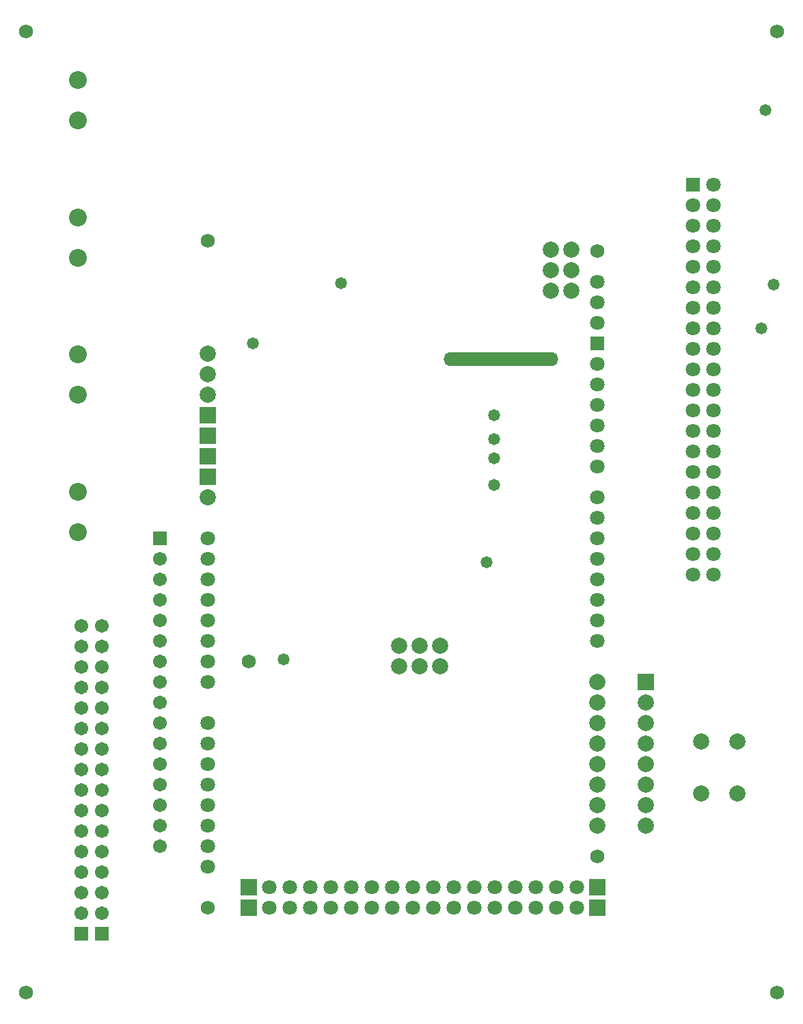
<source format=gbr>
%TF.GenerationSoftware,Altium Limited,Altium Designer,21.8.1 (53)*%
G04 Layer_Color=16711935*
%FSLAX43Y43*%
%MOMM*%
%TF.SameCoordinates,8EB70333-0A29-48E7-A932-0FA81BCCDE64*%
%TF.FilePolarity,Negative*%
%TF.FileFunction,Soldermask,Bot*%
%TF.Part,Single*%
G01*
G75*
%TA.AperFunction,ComponentPad*%
%ADD29C,1.703*%
%ADD30R,1.703X1.703*%
%ADD31R,2.003X2.003*%
%ADD32C,2.003*%
%ADD33C,2.203*%
%ADD34C,1.727*%
%ADD35O,14.203X1.727*%
%ADD36C,1.803*%
%ADD37R,1.803X1.803*%
%ADD38R,2.003X2.003*%
%TA.AperFunction,WasherPad*%
%ADD39C,1.727*%
%TA.AperFunction,ComponentPad*%
%ADD40R,1.803X1.803*%
%TA.AperFunction,ViaPad*%
%ADD41C,1.473*%
D29*
X9858Y48354D02*
D03*
X12398D02*
D03*
Y45814D02*
D03*
X9858D02*
D03*
Y43274D02*
D03*
X12398D02*
D03*
Y40734D02*
D03*
X9858D02*
D03*
Y38194D02*
D03*
X12398D02*
D03*
Y35654D02*
D03*
X9858D02*
D03*
Y33114D02*
D03*
X12398D02*
D03*
Y30574D02*
D03*
X9858D02*
D03*
Y28034D02*
D03*
X12398D02*
D03*
Y25494D02*
D03*
X9858D02*
D03*
Y22954D02*
D03*
X12398D02*
D03*
Y20414D02*
D03*
X9858D02*
D03*
Y17874D02*
D03*
X12398D02*
D03*
Y15334D02*
D03*
X9858D02*
D03*
Y12794D02*
D03*
X12398D02*
D03*
X19540Y56660D02*
D03*
Y54120D02*
D03*
Y51580D02*
D03*
Y49040D02*
D03*
Y46500D02*
D03*
Y43960D02*
D03*
Y41420D02*
D03*
Y38880D02*
D03*
Y36340D02*
D03*
Y33800D02*
D03*
Y31260D02*
D03*
Y28720D02*
D03*
Y26180D02*
D03*
Y23640D02*
D03*
Y21100D02*
D03*
D30*
X12398Y10254D02*
D03*
X9858D02*
D03*
X19540Y59200D02*
D03*
D31*
X79790Y41420D02*
D03*
D32*
Y38880D02*
D03*
Y36340D02*
D03*
Y33800D02*
D03*
Y31260D02*
D03*
Y28720D02*
D03*
Y26180D02*
D03*
Y23640D02*
D03*
X86650Y27611D02*
D03*
Y34111D02*
D03*
X91150D02*
D03*
Y27611D02*
D03*
X68000Y89920D02*
D03*
X70540D02*
D03*
Y92460D02*
D03*
X68000D02*
D03*
X70540Y95000D02*
D03*
X68000D02*
D03*
X51790Y43400D02*
D03*
X49250D02*
D03*
Y45940D02*
D03*
X51790D02*
D03*
X54330D02*
D03*
Y43400D02*
D03*
X25540Y82060D02*
D03*
Y79520D02*
D03*
Y64280D02*
D03*
Y76980D02*
D03*
X73790Y23640D02*
D03*
Y26180D02*
D03*
Y28720D02*
D03*
Y31260D02*
D03*
Y33800D02*
D03*
Y36340D02*
D03*
Y38880D02*
D03*
Y41420D02*
D03*
D33*
X9397Y115969D02*
D03*
Y110969D02*
D03*
Y64969D02*
D03*
Y59969D02*
D03*
Y81969D02*
D03*
Y76969D02*
D03*
Y98969D02*
D03*
Y93969D02*
D03*
D34*
X73800Y19830D02*
D03*
Y94760D02*
D03*
X30620Y43960D02*
D03*
X25540Y13480D02*
D03*
Y96030D02*
D03*
D35*
X61830Y81400D02*
D03*
D36*
X73790Y90950D02*
D03*
Y88410D02*
D03*
Y85870D02*
D03*
Y80790D02*
D03*
Y78250D02*
D03*
Y75710D02*
D03*
Y73170D02*
D03*
Y70630D02*
D03*
Y68090D02*
D03*
Y64280D02*
D03*
Y61740D02*
D03*
Y59200D02*
D03*
Y56660D02*
D03*
Y54120D02*
D03*
Y51580D02*
D03*
Y49040D02*
D03*
Y46500D02*
D03*
X25540Y18560D02*
D03*
Y21100D02*
D03*
Y23640D02*
D03*
Y26180D02*
D03*
Y28720D02*
D03*
Y33800D02*
D03*
Y36340D02*
D03*
Y41420D02*
D03*
Y31260D02*
D03*
Y43960D02*
D03*
Y46500D02*
D03*
Y49040D02*
D03*
Y51580D02*
D03*
Y54120D02*
D03*
Y56660D02*
D03*
Y59200D02*
D03*
X33160Y13480D02*
D03*
X35700D02*
D03*
X38240D02*
D03*
X40780D02*
D03*
X43320D02*
D03*
X45860D02*
D03*
X48400D02*
D03*
X50940D02*
D03*
X53480D02*
D03*
X56020D02*
D03*
X58560D02*
D03*
X61100D02*
D03*
X63640D02*
D03*
X66180D02*
D03*
X68720D02*
D03*
X71260D02*
D03*
X33160Y16020D02*
D03*
X35700D02*
D03*
X38240D02*
D03*
X40780D02*
D03*
X43320D02*
D03*
X45860D02*
D03*
X48400D02*
D03*
X50940D02*
D03*
X53480D02*
D03*
X56020D02*
D03*
X58560D02*
D03*
X61100D02*
D03*
X63640D02*
D03*
X66180D02*
D03*
X68720D02*
D03*
X71260D02*
D03*
X88199Y54740D02*
D03*
X85659D02*
D03*
X88199Y57280D02*
D03*
X85659D02*
D03*
X88199Y59820D02*
D03*
X85659D02*
D03*
X88199Y62360D02*
D03*
X85659D02*
D03*
X88199Y64900D02*
D03*
X85659D02*
D03*
X88199Y67440D02*
D03*
X85659D02*
D03*
X88199Y69980D02*
D03*
X85659D02*
D03*
X88199Y72520D02*
D03*
X85659D02*
D03*
X88199Y75060D02*
D03*
X85659D02*
D03*
X88199Y77600D02*
D03*
X85659D02*
D03*
X88199Y80140D02*
D03*
X85659D02*
D03*
X88199Y82680D02*
D03*
X85659D02*
D03*
X88199Y85220D02*
D03*
X85659D02*
D03*
X88199Y87760D02*
D03*
X85659D02*
D03*
X88199Y90300D02*
D03*
X85659D02*
D03*
X88199Y92840D02*
D03*
X85659D02*
D03*
X88199Y95380D02*
D03*
X85659D02*
D03*
X88199Y97920D02*
D03*
X85659D02*
D03*
X88199Y100460D02*
D03*
X85659D02*
D03*
X88199Y103000D02*
D03*
D37*
X73790Y83330D02*
D03*
D38*
X25540Y66820D02*
D03*
Y69360D02*
D03*
Y71900D02*
D03*
Y74440D02*
D03*
X30620Y13480D02*
D03*
Y16020D02*
D03*
X73800Y13480D02*
D03*
Y16020D02*
D03*
D39*
X3000Y122000D02*
D03*
X96000D02*
D03*
Y3000D02*
D03*
X3000D02*
D03*
D40*
X85659Y103000D02*
D03*
D41*
X94107Y85217D02*
D03*
X94615Y112268D02*
D03*
X95631Y90678D02*
D03*
X41989Y90852D02*
D03*
X31067Y83359D02*
D03*
X61000Y65833D02*
D03*
X34877Y44243D02*
D03*
X61000Y71548D02*
D03*
Y74469D02*
D03*
Y69135D02*
D03*
X60023Y56308D02*
D03*
%TF.MD5,b87591d2d682a29d85a27e2abb583fcc*%
M02*

</source>
